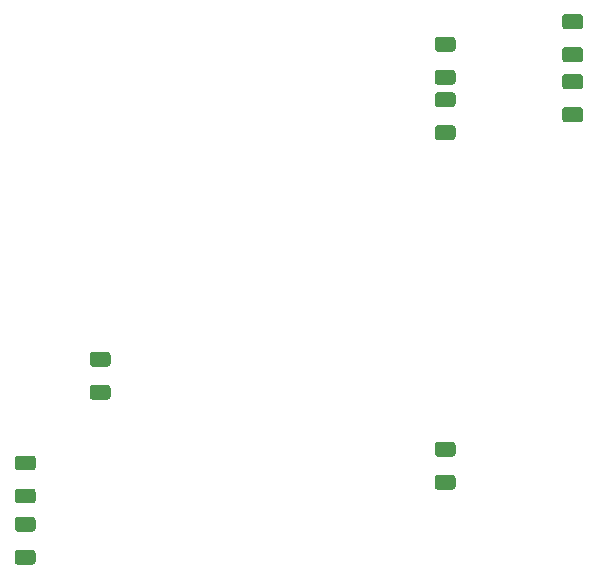
<source format=gbr>
G04 #@! TF.GenerationSoftware,KiCad,Pcbnew,(5.1.5)-2*
G04 #@! TF.CreationDate,2020-04-04T15:42:32+11:00*
G04 #@! TF.ProjectId,M68K-Nucleo,4d36384b-2d4e-4756-936c-656f2e6b6963,rev?*
G04 #@! TF.SameCoordinates,Original*
G04 #@! TF.FileFunction,Paste,Top*
G04 #@! TF.FilePolarity,Positive*
%FSLAX46Y46*%
G04 Gerber Fmt 4.6, Leading zero omitted, Abs format (unit mm)*
G04 Created by KiCad (PCBNEW (5.1.5)-2) date 2020-04-04 15:42:32*
%MOMM*%
%LPD*%
G04 APERTURE LIST*
%ADD10C,0.100000*%
G04 APERTURE END LIST*
D10*
G36*
X161304504Y-79516204D02*
G01*
X161328773Y-79519804D01*
X161352571Y-79525765D01*
X161375671Y-79534030D01*
X161397849Y-79544520D01*
X161418893Y-79557133D01*
X161438598Y-79571747D01*
X161456777Y-79588223D01*
X161473253Y-79606402D01*
X161487867Y-79626107D01*
X161500480Y-79647151D01*
X161510970Y-79669329D01*
X161519235Y-79692429D01*
X161525196Y-79716227D01*
X161528796Y-79740496D01*
X161530000Y-79765000D01*
X161530000Y-80515000D01*
X161528796Y-80539504D01*
X161525196Y-80563773D01*
X161519235Y-80587571D01*
X161510970Y-80610671D01*
X161500480Y-80632849D01*
X161487867Y-80653893D01*
X161473253Y-80673598D01*
X161456777Y-80691777D01*
X161438598Y-80708253D01*
X161418893Y-80722867D01*
X161397849Y-80735480D01*
X161375671Y-80745970D01*
X161352571Y-80754235D01*
X161328773Y-80760196D01*
X161304504Y-80763796D01*
X161280000Y-80765000D01*
X160030000Y-80765000D01*
X160005496Y-80763796D01*
X159981227Y-80760196D01*
X159957429Y-80754235D01*
X159934329Y-80745970D01*
X159912151Y-80735480D01*
X159891107Y-80722867D01*
X159871402Y-80708253D01*
X159853223Y-80691777D01*
X159836747Y-80673598D01*
X159822133Y-80653893D01*
X159809520Y-80632849D01*
X159799030Y-80610671D01*
X159790765Y-80587571D01*
X159784804Y-80563773D01*
X159781204Y-80539504D01*
X159780000Y-80515000D01*
X159780000Y-79765000D01*
X159781204Y-79740496D01*
X159784804Y-79716227D01*
X159790765Y-79692429D01*
X159799030Y-79669329D01*
X159809520Y-79647151D01*
X159822133Y-79626107D01*
X159836747Y-79606402D01*
X159853223Y-79588223D01*
X159871402Y-79571747D01*
X159891107Y-79557133D01*
X159912151Y-79544520D01*
X159934329Y-79534030D01*
X159957429Y-79525765D01*
X159981227Y-79519804D01*
X160005496Y-79516204D01*
X160030000Y-79515000D01*
X161280000Y-79515000D01*
X161304504Y-79516204D01*
G37*
G36*
X161304504Y-76716204D02*
G01*
X161328773Y-76719804D01*
X161352571Y-76725765D01*
X161375671Y-76734030D01*
X161397849Y-76744520D01*
X161418893Y-76757133D01*
X161438598Y-76771747D01*
X161456777Y-76788223D01*
X161473253Y-76806402D01*
X161487867Y-76826107D01*
X161500480Y-76847151D01*
X161510970Y-76869329D01*
X161519235Y-76892429D01*
X161525196Y-76916227D01*
X161528796Y-76940496D01*
X161530000Y-76965000D01*
X161530000Y-77715000D01*
X161528796Y-77739504D01*
X161525196Y-77763773D01*
X161519235Y-77787571D01*
X161510970Y-77810671D01*
X161500480Y-77832849D01*
X161487867Y-77853893D01*
X161473253Y-77873598D01*
X161456777Y-77891777D01*
X161438598Y-77908253D01*
X161418893Y-77922867D01*
X161397849Y-77935480D01*
X161375671Y-77945970D01*
X161352571Y-77954235D01*
X161328773Y-77960196D01*
X161304504Y-77963796D01*
X161280000Y-77965000D01*
X160030000Y-77965000D01*
X160005496Y-77963796D01*
X159981227Y-77960196D01*
X159957429Y-77954235D01*
X159934329Y-77945970D01*
X159912151Y-77935480D01*
X159891107Y-77922867D01*
X159871402Y-77908253D01*
X159853223Y-77891777D01*
X159836747Y-77873598D01*
X159822133Y-77853893D01*
X159809520Y-77832849D01*
X159799030Y-77810671D01*
X159790765Y-77787571D01*
X159784804Y-77763773D01*
X159781204Y-77739504D01*
X159780000Y-77715000D01*
X159780000Y-76965000D01*
X159781204Y-76940496D01*
X159784804Y-76916227D01*
X159790765Y-76892429D01*
X159799030Y-76869329D01*
X159809520Y-76847151D01*
X159822133Y-76826107D01*
X159836747Y-76806402D01*
X159853223Y-76788223D01*
X159871402Y-76771747D01*
X159891107Y-76757133D01*
X159912151Y-76744520D01*
X159934329Y-76734030D01*
X159957429Y-76725765D01*
X159981227Y-76719804D01*
X160005496Y-76716204D01*
X160030000Y-76715000D01*
X161280000Y-76715000D01*
X161304504Y-76716204D01*
G37*
G36*
X161304504Y-74436204D02*
G01*
X161328773Y-74439804D01*
X161352571Y-74445765D01*
X161375671Y-74454030D01*
X161397849Y-74464520D01*
X161418893Y-74477133D01*
X161438598Y-74491747D01*
X161456777Y-74508223D01*
X161473253Y-74526402D01*
X161487867Y-74546107D01*
X161500480Y-74567151D01*
X161510970Y-74589329D01*
X161519235Y-74612429D01*
X161525196Y-74636227D01*
X161528796Y-74660496D01*
X161530000Y-74685000D01*
X161530000Y-75435000D01*
X161528796Y-75459504D01*
X161525196Y-75483773D01*
X161519235Y-75507571D01*
X161510970Y-75530671D01*
X161500480Y-75552849D01*
X161487867Y-75573893D01*
X161473253Y-75593598D01*
X161456777Y-75611777D01*
X161438598Y-75628253D01*
X161418893Y-75642867D01*
X161397849Y-75655480D01*
X161375671Y-75665970D01*
X161352571Y-75674235D01*
X161328773Y-75680196D01*
X161304504Y-75683796D01*
X161280000Y-75685000D01*
X160030000Y-75685000D01*
X160005496Y-75683796D01*
X159981227Y-75680196D01*
X159957429Y-75674235D01*
X159934329Y-75665970D01*
X159912151Y-75655480D01*
X159891107Y-75642867D01*
X159871402Y-75628253D01*
X159853223Y-75611777D01*
X159836747Y-75593598D01*
X159822133Y-75573893D01*
X159809520Y-75552849D01*
X159799030Y-75530671D01*
X159790765Y-75507571D01*
X159784804Y-75483773D01*
X159781204Y-75459504D01*
X159780000Y-75435000D01*
X159780000Y-74685000D01*
X159781204Y-74660496D01*
X159784804Y-74636227D01*
X159790765Y-74612429D01*
X159799030Y-74589329D01*
X159809520Y-74567151D01*
X159822133Y-74546107D01*
X159836747Y-74526402D01*
X159853223Y-74508223D01*
X159871402Y-74491747D01*
X159891107Y-74477133D01*
X159912151Y-74464520D01*
X159934329Y-74454030D01*
X159957429Y-74445765D01*
X159981227Y-74439804D01*
X160005496Y-74436204D01*
X160030000Y-74435000D01*
X161280000Y-74435000D01*
X161304504Y-74436204D01*
G37*
G36*
X161304504Y-71636204D02*
G01*
X161328773Y-71639804D01*
X161352571Y-71645765D01*
X161375671Y-71654030D01*
X161397849Y-71664520D01*
X161418893Y-71677133D01*
X161438598Y-71691747D01*
X161456777Y-71708223D01*
X161473253Y-71726402D01*
X161487867Y-71746107D01*
X161500480Y-71767151D01*
X161510970Y-71789329D01*
X161519235Y-71812429D01*
X161525196Y-71836227D01*
X161528796Y-71860496D01*
X161530000Y-71885000D01*
X161530000Y-72635000D01*
X161528796Y-72659504D01*
X161525196Y-72683773D01*
X161519235Y-72707571D01*
X161510970Y-72730671D01*
X161500480Y-72752849D01*
X161487867Y-72773893D01*
X161473253Y-72793598D01*
X161456777Y-72811777D01*
X161438598Y-72828253D01*
X161418893Y-72842867D01*
X161397849Y-72855480D01*
X161375671Y-72865970D01*
X161352571Y-72874235D01*
X161328773Y-72880196D01*
X161304504Y-72883796D01*
X161280000Y-72885000D01*
X160030000Y-72885000D01*
X160005496Y-72883796D01*
X159981227Y-72880196D01*
X159957429Y-72874235D01*
X159934329Y-72865970D01*
X159912151Y-72855480D01*
X159891107Y-72842867D01*
X159871402Y-72828253D01*
X159853223Y-72811777D01*
X159836747Y-72793598D01*
X159822133Y-72773893D01*
X159809520Y-72752849D01*
X159799030Y-72730671D01*
X159790765Y-72707571D01*
X159784804Y-72683773D01*
X159781204Y-72659504D01*
X159780000Y-72635000D01*
X159780000Y-71885000D01*
X159781204Y-71860496D01*
X159784804Y-71836227D01*
X159790765Y-71812429D01*
X159799030Y-71789329D01*
X159809520Y-71767151D01*
X159822133Y-71746107D01*
X159836747Y-71726402D01*
X159853223Y-71708223D01*
X159871402Y-71691747D01*
X159891107Y-71677133D01*
X159912151Y-71664520D01*
X159934329Y-71654030D01*
X159957429Y-71645765D01*
X159981227Y-71639804D01*
X160005496Y-71636204D01*
X160030000Y-71635000D01*
X161280000Y-71635000D01*
X161304504Y-71636204D01*
G37*
G36*
X150509504Y-81040204D02*
G01*
X150533773Y-81043804D01*
X150557571Y-81049765D01*
X150580671Y-81058030D01*
X150602849Y-81068520D01*
X150623893Y-81081133D01*
X150643598Y-81095747D01*
X150661777Y-81112223D01*
X150678253Y-81130402D01*
X150692867Y-81150107D01*
X150705480Y-81171151D01*
X150715970Y-81193329D01*
X150724235Y-81216429D01*
X150730196Y-81240227D01*
X150733796Y-81264496D01*
X150735000Y-81289000D01*
X150735000Y-82039000D01*
X150733796Y-82063504D01*
X150730196Y-82087773D01*
X150724235Y-82111571D01*
X150715970Y-82134671D01*
X150705480Y-82156849D01*
X150692867Y-82177893D01*
X150678253Y-82197598D01*
X150661777Y-82215777D01*
X150643598Y-82232253D01*
X150623893Y-82246867D01*
X150602849Y-82259480D01*
X150580671Y-82269970D01*
X150557571Y-82278235D01*
X150533773Y-82284196D01*
X150509504Y-82287796D01*
X150485000Y-82289000D01*
X149235000Y-82289000D01*
X149210496Y-82287796D01*
X149186227Y-82284196D01*
X149162429Y-82278235D01*
X149139329Y-82269970D01*
X149117151Y-82259480D01*
X149096107Y-82246867D01*
X149076402Y-82232253D01*
X149058223Y-82215777D01*
X149041747Y-82197598D01*
X149027133Y-82177893D01*
X149014520Y-82156849D01*
X149004030Y-82134671D01*
X148995765Y-82111571D01*
X148989804Y-82087773D01*
X148986204Y-82063504D01*
X148985000Y-82039000D01*
X148985000Y-81289000D01*
X148986204Y-81264496D01*
X148989804Y-81240227D01*
X148995765Y-81216429D01*
X149004030Y-81193329D01*
X149014520Y-81171151D01*
X149027133Y-81150107D01*
X149041747Y-81130402D01*
X149058223Y-81112223D01*
X149076402Y-81095747D01*
X149096107Y-81081133D01*
X149117151Y-81068520D01*
X149139329Y-81058030D01*
X149162429Y-81049765D01*
X149186227Y-81043804D01*
X149210496Y-81040204D01*
X149235000Y-81039000D01*
X150485000Y-81039000D01*
X150509504Y-81040204D01*
G37*
G36*
X150509504Y-78240204D02*
G01*
X150533773Y-78243804D01*
X150557571Y-78249765D01*
X150580671Y-78258030D01*
X150602849Y-78268520D01*
X150623893Y-78281133D01*
X150643598Y-78295747D01*
X150661777Y-78312223D01*
X150678253Y-78330402D01*
X150692867Y-78350107D01*
X150705480Y-78371151D01*
X150715970Y-78393329D01*
X150724235Y-78416429D01*
X150730196Y-78440227D01*
X150733796Y-78464496D01*
X150735000Y-78489000D01*
X150735000Y-79239000D01*
X150733796Y-79263504D01*
X150730196Y-79287773D01*
X150724235Y-79311571D01*
X150715970Y-79334671D01*
X150705480Y-79356849D01*
X150692867Y-79377893D01*
X150678253Y-79397598D01*
X150661777Y-79415777D01*
X150643598Y-79432253D01*
X150623893Y-79446867D01*
X150602849Y-79459480D01*
X150580671Y-79469970D01*
X150557571Y-79478235D01*
X150533773Y-79484196D01*
X150509504Y-79487796D01*
X150485000Y-79489000D01*
X149235000Y-79489000D01*
X149210496Y-79487796D01*
X149186227Y-79484196D01*
X149162429Y-79478235D01*
X149139329Y-79469970D01*
X149117151Y-79459480D01*
X149096107Y-79446867D01*
X149076402Y-79432253D01*
X149058223Y-79415777D01*
X149041747Y-79397598D01*
X149027133Y-79377893D01*
X149014520Y-79356849D01*
X149004030Y-79334671D01*
X148995765Y-79311571D01*
X148989804Y-79287773D01*
X148986204Y-79263504D01*
X148985000Y-79239000D01*
X148985000Y-78489000D01*
X148986204Y-78464496D01*
X148989804Y-78440227D01*
X148995765Y-78416429D01*
X149004030Y-78393329D01*
X149014520Y-78371151D01*
X149027133Y-78350107D01*
X149041747Y-78330402D01*
X149058223Y-78312223D01*
X149076402Y-78295747D01*
X149096107Y-78281133D01*
X149117151Y-78268520D01*
X149139329Y-78258030D01*
X149162429Y-78249765D01*
X149186227Y-78243804D01*
X149210496Y-78240204D01*
X149235000Y-78239000D01*
X150485000Y-78239000D01*
X150509504Y-78240204D01*
G37*
G36*
X150509504Y-76341204D02*
G01*
X150533773Y-76344804D01*
X150557571Y-76350765D01*
X150580671Y-76359030D01*
X150602849Y-76369520D01*
X150623893Y-76382133D01*
X150643598Y-76396747D01*
X150661777Y-76413223D01*
X150678253Y-76431402D01*
X150692867Y-76451107D01*
X150705480Y-76472151D01*
X150715970Y-76494329D01*
X150724235Y-76517429D01*
X150730196Y-76541227D01*
X150733796Y-76565496D01*
X150735000Y-76590000D01*
X150735000Y-77340000D01*
X150733796Y-77364504D01*
X150730196Y-77388773D01*
X150724235Y-77412571D01*
X150715970Y-77435671D01*
X150705480Y-77457849D01*
X150692867Y-77478893D01*
X150678253Y-77498598D01*
X150661777Y-77516777D01*
X150643598Y-77533253D01*
X150623893Y-77547867D01*
X150602849Y-77560480D01*
X150580671Y-77570970D01*
X150557571Y-77579235D01*
X150533773Y-77585196D01*
X150509504Y-77588796D01*
X150485000Y-77590000D01*
X149235000Y-77590000D01*
X149210496Y-77588796D01*
X149186227Y-77585196D01*
X149162429Y-77579235D01*
X149139329Y-77570970D01*
X149117151Y-77560480D01*
X149096107Y-77547867D01*
X149076402Y-77533253D01*
X149058223Y-77516777D01*
X149041747Y-77498598D01*
X149027133Y-77478893D01*
X149014520Y-77457849D01*
X149004030Y-77435671D01*
X148995765Y-77412571D01*
X148989804Y-77388773D01*
X148986204Y-77364504D01*
X148985000Y-77340000D01*
X148985000Y-76590000D01*
X148986204Y-76565496D01*
X148989804Y-76541227D01*
X148995765Y-76517429D01*
X149004030Y-76494329D01*
X149014520Y-76472151D01*
X149027133Y-76451107D01*
X149041747Y-76431402D01*
X149058223Y-76413223D01*
X149076402Y-76396747D01*
X149096107Y-76382133D01*
X149117151Y-76369520D01*
X149139329Y-76359030D01*
X149162429Y-76350765D01*
X149186227Y-76344804D01*
X149210496Y-76341204D01*
X149235000Y-76340000D01*
X150485000Y-76340000D01*
X150509504Y-76341204D01*
G37*
G36*
X150509504Y-73541204D02*
G01*
X150533773Y-73544804D01*
X150557571Y-73550765D01*
X150580671Y-73559030D01*
X150602849Y-73569520D01*
X150623893Y-73582133D01*
X150643598Y-73596747D01*
X150661777Y-73613223D01*
X150678253Y-73631402D01*
X150692867Y-73651107D01*
X150705480Y-73672151D01*
X150715970Y-73694329D01*
X150724235Y-73717429D01*
X150730196Y-73741227D01*
X150733796Y-73765496D01*
X150735000Y-73790000D01*
X150735000Y-74540000D01*
X150733796Y-74564504D01*
X150730196Y-74588773D01*
X150724235Y-74612571D01*
X150715970Y-74635671D01*
X150705480Y-74657849D01*
X150692867Y-74678893D01*
X150678253Y-74698598D01*
X150661777Y-74716777D01*
X150643598Y-74733253D01*
X150623893Y-74747867D01*
X150602849Y-74760480D01*
X150580671Y-74770970D01*
X150557571Y-74779235D01*
X150533773Y-74785196D01*
X150509504Y-74788796D01*
X150485000Y-74790000D01*
X149235000Y-74790000D01*
X149210496Y-74788796D01*
X149186227Y-74785196D01*
X149162429Y-74779235D01*
X149139329Y-74770970D01*
X149117151Y-74760480D01*
X149096107Y-74747867D01*
X149076402Y-74733253D01*
X149058223Y-74716777D01*
X149041747Y-74698598D01*
X149027133Y-74678893D01*
X149014520Y-74657849D01*
X149004030Y-74635671D01*
X148995765Y-74612571D01*
X148989804Y-74588773D01*
X148986204Y-74564504D01*
X148985000Y-74540000D01*
X148985000Y-73790000D01*
X148986204Y-73765496D01*
X148989804Y-73741227D01*
X148995765Y-73717429D01*
X149004030Y-73694329D01*
X149014520Y-73672151D01*
X149027133Y-73651107D01*
X149041747Y-73631402D01*
X149058223Y-73613223D01*
X149076402Y-73596747D01*
X149096107Y-73582133D01*
X149117151Y-73569520D01*
X149139329Y-73559030D01*
X149162429Y-73550765D01*
X149186227Y-73544804D01*
X149210496Y-73541204D01*
X149235000Y-73540000D01*
X150485000Y-73540000D01*
X150509504Y-73541204D01*
G37*
G36*
X114949504Y-116981204D02*
G01*
X114973773Y-116984804D01*
X114997571Y-116990765D01*
X115020671Y-116999030D01*
X115042849Y-117009520D01*
X115063893Y-117022133D01*
X115083598Y-117036747D01*
X115101777Y-117053223D01*
X115118253Y-117071402D01*
X115132867Y-117091107D01*
X115145480Y-117112151D01*
X115155970Y-117134329D01*
X115164235Y-117157429D01*
X115170196Y-117181227D01*
X115173796Y-117205496D01*
X115175000Y-117230000D01*
X115175000Y-117980000D01*
X115173796Y-118004504D01*
X115170196Y-118028773D01*
X115164235Y-118052571D01*
X115155970Y-118075671D01*
X115145480Y-118097849D01*
X115132867Y-118118893D01*
X115118253Y-118138598D01*
X115101777Y-118156777D01*
X115083598Y-118173253D01*
X115063893Y-118187867D01*
X115042849Y-118200480D01*
X115020671Y-118210970D01*
X114997571Y-118219235D01*
X114973773Y-118225196D01*
X114949504Y-118228796D01*
X114925000Y-118230000D01*
X113675000Y-118230000D01*
X113650496Y-118228796D01*
X113626227Y-118225196D01*
X113602429Y-118219235D01*
X113579329Y-118210970D01*
X113557151Y-118200480D01*
X113536107Y-118187867D01*
X113516402Y-118173253D01*
X113498223Y-118156777D01*
X113481747Y-118138598D01*
X113467133Y-118118893D01*
X113454520Y-118097849D01*
X113444030Y-118075671D01*
X113435765Y-118052571D01*
X113429804Y-118028773D01*
X113426204Y-118004504D01*
X113425000Y-117980000D01*
X113425000Y-117230000D01*
X113426204Y-117205496D01*
X113429804Y-117181227D01*
X113435765Y-117157429D01*
X113444030Y-117134329D01*
X113454520Y-117112151D01*
X113467133Y-117091107D01*
X113481747Y-117071402D01*
X113498223Y-117053223D01*
X113516402Y-117036747D01*
X113536107Y-117022133D01*
X113557151Y-117009520D01*
X113579329Y-116999030D01*
X113602429Y-116990765D01*
X113626227Y-116984804D01*
X113650496Y-116981204D01*
X113675000Y-116980000D01*
X114925000Y-116980000D01*
X114949504Y-116981204D01*
G37*
G36*
X114949504Y-114181204D02*
G01*
X114973773Y-114184804D01*
X114997571Y-114190765D01*
X115020671Y-114199030D01*
X115042849Y-114209520D01*
X115063893Y-114222133D01*
X115083598Y-114236747D01*
X115101777Y-114253223D01*
X115118253Y-114271402D01*
X115132867Y-114291107D01*
X115145480Y-114312151D01*
X115155970Y-114334329D01*
X115164235Y-114357429D01*
X115170196Y-114381227D01*
X115173796Y-114405496D01*
X115175000Y-114430000D01*
X115175000Y-115180000D01*
X115173796Y-115204504D01*
X115170196Y-115228773D01*
X115164235Y-115252571D01*
X115155970Y-115275671D01*
X115145480Y-115297849D01*
X115132867Y-115318893D01*
X115118253Y-115338598D01*
X115101777Y-115356777D01*
X115083598Y-115373253D01*
X115063893Y-115387867D01*
X115042849Y-115400480D01*
X115020671Y-115410970D01*
X114997571Y-115419235D01*
X114973773Y-115425196D01*
X114949504Y-115428796D01*
X114925000Y-115430000D01*
X113675000Y-115430000D01*
X113650496Y-115428796D01*
X113626227Y-115425196D01*
X113602429Y-115419235D01*
X113579329Y-115410970D01*
X113557151Y-115400480D01*
X113536107Y-115387867D01*
X113516402Y-115373253D01*
X113498223Y-115356777D01*
X113481747Y-115338598D01*
X113467133Y-115318893D01*
X113454520Y-115297849D01*
X113444030Y-115275671D01*
X113435765Y-115252571D01*
X113429804Y-115228773D01*
X113426204Y-115204504D01*
X113425000Y-115180000D01*
X113425000Y-114430000D01*
X113426204Y-114405496D01*
X113429804Y-114381227D01*
X113435765Y-114357429D01*
X113444030Y-114334329D01*
X113454520Y-114312151D01*
X113467133Y-114291107D01*
X113481747Y-114271402D01*
X113498223Y-114253223D01*
X113516402Y-114236747D01*
X113536107Y-114222133D01*
X113557151Y-114209520D01*
X113579329Y-114199030D01*
X113602429Y-114190765D01*
X113626227Y-114184804D01*
X113650496Y-114181204D01*
X113675000Y-114180000D01*
X114925000Y-114180000D01*
X114949504Y-114181204D01*
G37*
G36*
X114949504Y-111796204D02*
G01*
X114973773Y-111799804D01*
X114997571Y-111805765D01*
X115020671Y-111814030D01*
X115042849Y-111824520D01*
X115063893Y-111837133D01*
X115083598Y-111851747D01*
X115101777Y-111868223D01*
X115118253Y-111886402D01*
X115132867Y-111906107D01*
X115145480Y-111927151D01*
X115155970Y-111949329D01*
X115164235Y-111972429D01*
X115170196Y-111996227D01*
X115173796Y-112020496D01*
X115175000Y-112045000D01*
X115175000Y-112795000D01*
X115173796Y-112819504D01*
X115170196Y-112843773D01*
X115164235Y-112867571D01*
X115155970Y-112890671D01*
X115145480Y-112912849D01*
X115132867Y-112933893D01*
X115118253Y-112953598D01*
X115101777Y-112971777D01*
X115083598Y-112988253D01*
X115063893Y-113002867D01*
X115042849Y-113015480D01*
X115020671Y-113025970D01*
X114997571Y-113034235D01*
X114973773Y-113040196D01*
X114949504Y-113043796D01*
X114925000Y-113045000D01*
X113675000Y-113045000D01*
X113650496Y-113043796D01*
X113626227Y-113040196D01*
X113602429Y-113034235D01*
X113579329Y-113025970D01*
X113557151Y-113015480D01*
X113536107Y-113002867D01*
X113516402Y-112988253D01*
X113498223Y-112971777D01*
X113481747Y-112953598D01*
X113467133Y-112933893D01*
X113454520Y-112912849D01*
X113444030Y-112890671D01*
X113435765Y-112867571D01*
X113429804Y-112843773D01*
X113426204Y-112819504D01*
X113425000Y-112795000D01*
X113425000Y-112045000D01*
X113426204Y-112020496D01*
X113429804Y-111996227D01*
X113435765Y-111972429D01*
X113444030Y-111949329D01*
X113454520Y-111927151D01*
X113467133Y-111906107D01*
X113481747Y-111886402D01*
X113498223Y-111868223D01*
X113516402Y-111851747D01*
X113536107Y-111837133D01*
X113557151Y-111824520D01*
X113579329Y-111814030D01*
X113602429Y-111805765D01*
X113626227Y-111799804D01*
X113650496Y-111796204D01*
X113675000Y-111795000D01*
X114925000Y-111795000D01*
X114949504Y-111796204D01*
G37*
G36*
X114949504Y-108996204D02*
G01*
X114973773Y-108999804D01*
X114997571Y-109005765D01*
X115020671Y-109014030D01*
X115042849Y-109024520D01*
X115063893Y-109037133D01*
X115083598Y-109051747D01*
X115101777Y-109068223D01*
X115118253Y-109086402D01*
X115132867Y-109106107D01*
X115145480Y-109127151D01*
X115155970Y-109149329D01*
X115164235Y-109172429D01*
X115170196Y-109196227D01*
X115173796Y-109220496D01*
X115175000Y-109245000D01*
X115175000Y-109995000D01*
X115173796Y-110019504D01*
X115170196Y-110043773D01*
X115164235Y-110067571D01*
X115155970Y-110090671D01*
X115145480Y-110112849D01*
X115132867Y-110133893D01*
X115118253Y-110153598D01*
X115101777Y-110171777D01*
X115083598Y-110188253D01*
X115063893Y-110202867D01*
X115042849Y-110215480D01*
X115020671Y-110225970D01*
X114997571Y-110234235D01*
X114973773Y-110240196D01*
X114949504Y-110243796D01*
X114925000Y-110245000D01*
X113675000Y-110245000D01*
X113650496Y-110243796D01*
X113626227Y-110240196D01*
X113602429Y-110234235D01*
X113579329Y-110225970D01*
X113557151Y-110215480D01*
X113536107Y-110202867D01*
X113516402Y-110188253D01*
X113498223Y-110171777D01*
X113481747Y-110153598D01*
X113467133Y-110133893D01*
X113454520Y-110112849D01*
X113444030Y-110090671D01*
X113435765Y-110067571D01*
X113429804Y-110043773D01*
X113426204Y-110019504D01*
X113425000Y-109995000D01*
X113425000Y-109245000D01*
X113426204Y-109220496D01*
X113429804Y-109196227D01*
X113435765Y-109172429D01*
X113444030Y-109149329D01*
X113454520Y-109127151D01*
X113467133Y-109106107D01*
X113481747Y-109086402D01*
X113498223Y-109068223D01*
X113516402Y-109051747D01*
X113536107Y-109037133D01*
X113557151Y-109024520D01*
X113579329Y-109014030D01*
X113602429Y-109005765D01*
X113626227Y-108999804D01*
X113650496Y-108996204D01*
X113675000Y-108995000D01*
X114925000Y-108995000D01*
X114949504Y-108996204D01*
G37*
G36*
X150509504Y-110631204D02*
G01*
X150533773Y-110634804D01*
X150557571Y-110640765D01*
X150580671Y-110649030D01*
X150602849Y-110659520D01*
X150623893Y-110672133D01*
X150643598Y-110686747D01*
X150661777Y-110703223D01*
X150678253Y-110721402D01*
X150692867Y-110741107D01*
X150705480Y-110762151D01*
X150715970Y-110784329D01*
X150724235Y-110807429D01*
X150730196Y-110831227D01*
X150733796Y-110855496D01*
X150735000Y-110880000D01*
X150735000Y-111630000D01*
X150733796Y-111654504D01*
X150730196Y-111678773D01*
X150724235Y-111702571D01*
X150715970Y-111725671D01*
X150705480Y-111747849D01*
X150692867Y-111768893D01*
X150678253Y-111788598D01*
X150661777Y-111806777D01*
X150643598Y-111823253D01*
X150623893Y-111837867D01*
X150602849Y-111850480D01*
X150580671Y-111860970D01*
X150557571Y-111869235D01*
X150533773Y-111875196D01*
X150509504Y-111878796D01*
X150485000Y-111880000D01*
X149235000Y-111880000D01*
X149210496Y-111878796D01*
X149186227Y-111875196D01*
X149162429Y-111869235D01*
X149139329Y-111860970D01*
X149117151Y-111850480D01*
X149096107Y-111837867D01*
X149076402Y-111823253D01*
X149058223Y-111806777D01*
X149041747Y-111788598D01*
X149027133Y-111768893D01*
X149014520Y-111747849D01*
X149004030Y-111725671D01*
X148995765Y-111702571D01*
X148989804Y-111678773D01*
X148986204Y-111654504D01*
X148985000Y-111630000D01*
X148985000Y-110880000D01*
X148986204Y-110855496D01*
X148989804Y-110831227D01*
X148995765Y-110807429D01*
X149004030Y-110784329D01*
X149014520Y-110762151D01*
X149027133Y-110741107D01*
X149041747Y-110721402D01*
X149058223Y-110703223D01*
X149076402Y-110686747D01*
X149096107Y-110672133D01*
X149117151Y-110659520D01*
X149139329Y-110649030D01*
X149162429Y-110640765D01*
X149186227Y-110634804D01*
X149210496Y-110631204D01*
X149235000Y-110630000D01*
X150485000Y-110630000D01*
X150509504Y-110631204D01*
G37*
G36*
X150509504Y-107831204D02*
G01*
X150533773Y-107834804D01*
X150557571Y-107840765D01*
X150580671Y-107849030D01*
X150602849Y-107859520D01*
X150623893Y-107872133D01*
X150643598Y-107886747D01*
X150661777Y-107903223D01*
X150678253Y-107921402D01*
X150692867Y-107941107D01*
X150705480Y-107962151D01*
X150715970Y-107984329D01*
X150724235Y-108007429D01*
X150730196Y-108031227D01*
X150733796Y-108055496D01*
X150735000Y-108080000D01*
X150735000Y-108830000D01*
X150733796Y-108854504D01*
X150730196Y-108878773D01*
X150724235Y-108902571D01*
X150715970Y-108925671D01*
X150705480Y-108947849D01*
X150692867Y-108968893D01*
X150678253Y-108988598D01*
X150661777Y-109006777D01*
X150643598Y-109023253D01*
X150623893Y-109037867D01*
X150602849Y-109050480D01*
X150580671Y-109060970D01*
X150557571Y-109069235D01*
X150533773Y-109075196D01*
X150509504Y-109078796D01*
X150485000Y-109080000D01*
X149235000Y-109080000D01*
X149210496Y-109078796D01*
X149186227Y-109075196D01*
X149162429Y-109069235D01*
X149139329Y-109060970D01*
X149117151Y-109050480D01*
X149096107Y-109037867D01*
X149076402Y-109023253D01*
X149058223Y-109006777D01*
X149041747Y-108988598D01*
X149027133Y-108968893D01*
X149014520Y-108947849D01*
X149004030Y-108925671D01*
X148995765Y-108902571D01*
X148989804Y-108878773D01*
X148986204Y-108854504D01*
X148985000Y-108830000D01*
X148985000Y-108080000D01*
X148986204Y-108055496D01*
X148989804Y-108031227D01*
X148995765Y-108007429D01*
X149004030Y-107984329D01*
X149014520Y-107962151D01*
X149027133Y-107941107D01*
X149041747Y-107921402D01*
X149058223Y-107903223D01*
X149076402Y-107886747D01*
X149096107Y-107872133D01*
X149117151Y-107859520D01*
X149139329Y-107849030D01*
X149162429Y-107840765D01*
X149186227Y-107834804D01*
X149210496Y-107831204D01*
X149235000Y-107830000D01*
X150485000Y-107830000D01*
X150509504Y-107831204D01*
G37*
G36*
X121299504Y-100211204D02*
G01*
X121323773Y-100214804D01*
X121347571Y-100220765D01*
X121370671Y-100229030D01*
X121392849Y-100239520D01*
X121413893Y-100252133D01*
X121433598Y-100266747D01*
X121451777Y-100283223D01*
X121468253Y-100301402D01*
X121482867Y-100321107D01*
X121495480Y-100342151D01*
X121505970Y-100364329D01*
X121514235Y-100387429D01*
X121520196Y-100411227D01*
X121523796Y-100435496D01*
X121525000Y-100460000D01*
X121525000Y-101210000D01*
X121523796Y-101234504D01*
X121520196Y-101258773D01*
X121514235Y-101282571D01*
X121505970Y-101305671D01*
X121495480Y-101327849D01*
X121482867Y-101348893D01*
X121468253Y-101368598D01*
X121451777Y-101386777D01*
X121433598Y-101403253D01*
X121413893Y-101417867D01*
X121392849Y-101430480D01*
X121370671Y-101440970D01*
X121347571Y-101449235D01*
X121323773Y-101455196D01*
X121299504Y-101458796D01*
X121275000Y-101460000D01*
X120025000Y-101460000D01*
X120000496Y-101458796D01*
X119976227Y-101455196D01*
X119952429Y-101449235D01*
X119929329Y-101440970D01*
X119907151Y-101430480D01*
X119886107Y-101417867D01*
X119866402Y-101403253D01*
X119848223Y-101386777D01*
X119831747Y-101368598D01*
X119817133Y-101348893D01*
X119804520Y-101327849D01*
X119794030Y-101305671D01*
X119785765Y-101282571D01*
X119779804Y-101258773D01*
X119776204Y-101234504D01*
X119775000Y-101210000D01*
X119775000Y-100460000D01*
X119776204Y-100435496D01*
X119779804Y-100411227D01*
X119785765Y-100387429D01*
X119794030Y-100364329D01*
X119804520Y-100342151D01*
X119817133Y-100321107D01*
X119831747Y-100301402D01*
X119848223Y-100283223D01*
X119866402Y-100266747D01*
X119886107Y-100252133D01*
X119907151Y-100239520D01*
X119929329Y-100229030D01*
X119952429Y-100220765D01*
X119976227Y-100214804D01*
X120000496Y-100211204D01*
X120025000Y-100210000D01*
X121275000Y-100210000D01*
X121299504Y-100211204D01*
G37*
G36*
X121299504Y-103011204D02*
G01*
X121323773Y-103014804D01*
X121347571Y-103020765D01*
X121370671Y-103029030D01*
X121392849Y-103039520D01*
X121413893Y-103052133D01*
X121433598Y-103066747D01*
X121451777Y-103083223D01*
X121468253Y-103101402D01*
X121482867Y-103121107D01*
X121495480Y-103142151D01*
X121505970Y-103164329D01*
X121514235Y-103187429D01*
X121520196Y-103211227D01*
X121523796Y-103235496D01*
X121525000Y-103260000D01*
X121525000Y-104010000D01*
X121523796Y-104034504D01*
X121520196Y-104058773D01*
X121514235Y-104082571D01*
X121505970Y-104105671D01*
X121495480Y-104127849D01*
X121482867Y-104148893D01*
X121468253Y-104168598D01*
X121451777Y-104186777D01*
X121433598Y-104203253D01*
X121413893Y-104217867D01*
X121392849Y-104230480D01*
X121370671Y-104240970D01*
X121347571Y-104249235D01*
X121323773Y-104255196D01*
X121299504Y-104258796D01*
X121275000Y-104260000D01*
X120025000Y-104260000D01*
X120000496Y-104258796D01*
X119976227Y-104255196D01*
X119952429Y-104249235D01*
X119929329Y-104240970D01*
X119907151Y-104230480D01*
X119886107Y-104217867D01*
X119866402Y-104203253D01*
X119848223Y-104186777D01*
X119831747Y-104168598D01*
X119817133Y-104148893D01*
X119804520Y-104127849D01*
X119794030Y-104105671D01*
X119785765Y-104082571D01*
X119779804Y-104058773D01*
X119776204Y-104034504D01*
X119775000Y-104010000D01*
X119775000Y-103260000D01*
X119776204Y-103235496D01*
X119779804Y-103211227D01*
X119785765Y-103187429D01*
X119794030Y-103164329D01*
X119804520Y-103142151D01*
X119817133Y-103121107D01*
X119831747Y-103101402D01*
X119848223Y-103083223D01*
X119866402Y-103066747D01*
X119886107Y-103052133D01*
X119907151Y-103039520D01*
X119929329Y-103029030D01*
X119952429Y-103020765D01*
X119976227Y-103014804D01*
X120000496Y-103011204D01*
X120025000Y-103010000D01*
X121275000Y-103010000D01*
X121299504Y-103011204D01*
G37*
M02*

</source>
